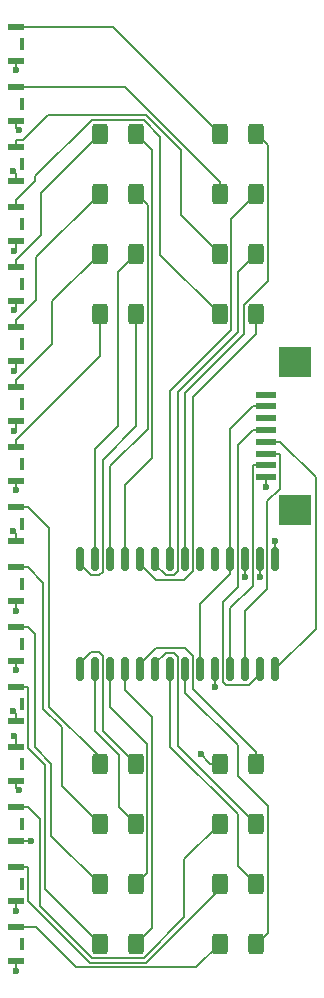
<source format=gbr>
%TF.GenerationSoftware,KiCad,Pcbnew,8.0.3-8.0.3-0~ubuntu22.04.1*%
%TF.CreationDate,2024-09-23T16:20:46+03:00*%
%TF.ProjectId,PM-LED16,504d2d4c-4544-4313-962e-6b696361645f,rev?*%
%TF.SameCoordinates,Original*%
%TF.FileFunction,Copper,L1,Top*%
%TF.FilePolarity,Positive*%
%FSLAX46Y46*%
G04 Gerber Fmt 4.6, Leading zero omitted, Abs format (unit mm)*
G04 Created by KiCad (PCBNEW 8.0.3-8.0.3-0~ubuntu22.04.1) date 2024-09-23 16:20:46*
%MOMM*%
%LPD*%
G01*
G04 APERTURE LIST*
G04 Aperture macros list*
%AMRoundRect*
0 Rectangle with rounded corners*
0 $1 Rounding radius*
0 $2 $3 $4 $5 $6 $7 $8 $9 X,Y pos of 4 corners*
0 Add a 4 corners polygon primitive as box body*
4,1,4,$2,$3,$4,$5,$6,$7,$8,$9,$2,$3,0*
0 Add four circle primitives for the rounded corners*
1,1,$1+$1,$2,$3*
1,1,$1+$1,$4,$5*
1,1,$1+$1,$6,$7*
1,1,$1+$1,$8,$9*
0 Add four rect primitives between the rounded corners*
20,1,$1+$1,$2,$3,$4,$5,0*
20,1,$1+$1,$4,$5,$6,$7,0*
20,1,$1+$1,$6,$7,$8,$9,0*
20,1,$1+$1,$8,$9,$2,$3,0*%
G04 Aperture macros list end*
%TA.AperFunction,SMDPad,CuDef*%
%ADD10R,1.410000X0.630000*%
%TD*%
%TA.AperFunction,SMDPad,CuDef*%
%ADD11R,0.430000X1.070000*%
%TD*%
%TA.AperFunction,SMDPad,CuDef*%
%ADD12RoundRect,0.250000X0.400000X0.625000X-0.400000X0.625000X-0.400000X-0.625000X0.400000X-0.625000X0*%
%TD*%
%TA.AperFunction,SMDPad,CuDef*%
%ADD13R,2.800000X2.500000*%
%TD*%
%TA.AperFunction,SMDPad,CuDef*%
%ADD14R,1.700000X0.600000*%
%TD*%
%TA.AperFunction,SMDPad,CuDef*%
%ADD15RoundRect,0.150000X0.150000X-0.875000X0.150000X0.875000X-0.150000X0.875000X-0.150000X-0.875000X0*%
%TD*%
%TA.AperFunction,ViaPad*%
%ADD16C,0.600000*%
%TD*%
%TA.AperFunction,Conductor*%
%ADD17C,0.200000*%
%TD*%
G04 APERTURE END LIST*
D10*
%TO.P,D12,1*%
%TO.N,Net-(D12-Pad1)*%
X-13698000Y-11280000D03*
%TO.P,D12,2*%
%TO.N,GND*%
X-13698000Y-14120000D03*
D11*
%TO.P,D12,3*%
%TO.N,N/C*%
X-13208000Y-12700000D03*
%TD*%
D12*
%TO.P,R13,1*%
%TO.N,Net-(U1-GPB4)*%
X6630000Y-17780000D03*
%TO.P,R13,2*%
%TO.N,Net-(D13-Pad1)*%
X3530000Y-17780000D03*
%TD*%
D13*
%TO.P,J1,0*%
%TO.N,N/C*%
X9950000Y3750000D03*
X9950000Y16250000D03*
D14*
%TO.P,J1,1,Pin_1*%
%TO.N,GND*%
X7500000Y6500000D03*
%TO.P,J1,2,Pin_2*%
%TO.N,/CS*%
X7500000Y7500000D03*
%TO.P,J1,3,Pin_3*%
%TO.N,/SCK*%
X7500000Y8500000D03*
%TO.P,J1,4,Pin_4*%
%TO.N,/MISO*%
X7500000Y9500000D03*
%TO.P,J1,5,Pin_5*%
%TO.N,/MOSI*%
X7500000Y10500000D03*
%TO.P,J1,6,Pin_6*%
%TO.N,unconnected-(J1-Pin_6-Pad6)*%
X7500000Y11500000D03*
%TO.P,J1,7,Pin_7*%
%TO.N,+3.3V*%
X7500000Y12500000D03*
%TO.P,J1,8,Pin_8*%
%TO.N,+5V*%
X7500000Y13500000D03*
%TD*%
D12*
%TO.P,R5,1*%
%TO.N,Net-(U1-GPA4)*%
X-3530000Y35560000D03*
%TO.P,R5,2*%
%TO.N,Net-(D5-Pad1)*%
X-6630000Y35560000D03*
%TD*%
%TO.P,R12,1*%
%TO.N,Net-(U1-GPB3)*%
X-3530000Y-33020000D03*
%TO.P,R12,2*%
%TO.N,Net-(D12-Pad1)*%
X-6630000Y-33020000D03*
%TD*%
D10*
%TO.P,D13,1*%
%TO.N,Net-(D13-Pad1)*%
X-13698000Y-16360000D03*
%TO.P,D13,2*%
%TO.N,GND*%
X-13698000Y-19200000D03*
D11*
%TO.P,D13,3*%
%TO.N,N/C*%
X-13208000Y-17780000D03*
%TD*%
D10*
%TO.P,D3,1*%
%TO.N,Net-(D3-Pad1)*%
X-13698000Y34440000D03*
%TO.P,D3,2*%
%TO.N,GND*%
X-13698000Y31600000D03*
D11*
%TO.P,D3,3*%
%TO.N,N/C*%
X-13208000Y33020000D03*
%TD*%
D12*
%TO.P,R14,1*%
%TO.N,Net-(U1-GPB5)*%
X6630000Y-22860000D03*
%TO.P,R14,2*%
%TO.N,Net-(D14-Pad1)*%
X3530000Y-22860000D03*
%TD*%
D10*
%TO.P,D8,1*%
%TO.N,Net-(D8-Pad1)*%
X-13698000Y9040000D03*
%TO.P,D8,2*%
%TO.N,GND*%
X-13698000Y6200000D03*
D11*
%TO.P,D8,3*%
%TO.N,N/C*%
X-13208000Y7620000D03*
%TD*%
D10*
%TO.P,D15,1*%
%TO.N,Net-(D15-Pad1)*%
X-13698000Y-26520000D03*
%TO.P,D15,2*%
%TO.N,GND*%
X-13698000Y-29360000D03*
D11*
%TO.P,D15,3*%
%TO.N,N/C*%
X-13208000Y-27940000D03*
%TD*%
D10*
%TO.P,D6,1*%
%TO.N,Net-(D6-Pad1)*%
X-13698000Y19200000D03*
%TO.P,D6,2*%
%TO.N,GND*%
X-13698000Y16360000D03*
D11*
%TO.P,D6,3*%
%TO.N,N/C*%
X-13208000Y17780000D03*
%TD*%
D15*
%TO.P,U1,1,GPB0*%
%TO.N,Net-(U1-GPB0)*%
X-8255000Y-9730000D03*
%TO.P,U1,2,GPB1*%
%TO.N,Net-(U1-GPB1)*%
X-6985000Y-9730000D03*
%TO.P,U1,3,GPB2*%
%TO.N,Net-(U1-GPB2)*%
X-5715000Y-9730000D03*
%TO.P,U1,4,GPB3*%
%TO.N,Net-(U1-GPB3)*%
X-4445000Y-9730000D03*
%TO.P,U1,5,GPB4*%
%TO.N,Net-(U1-GPB4)*%
X-3175000Y-9730000D03*
%TO.P,U1,6,GPB5*%
%TO.N,Net-(U1-GPB5)*%
X-1905000Y-9730000D03*
%TO.P,U1,7,GPB6*%
%TO.N,Net-(U1-GPB6)*%
X-635000Y-9730000D03*
%TO.P,U1,8,GPB7*%
%TO.N,Net-(U1-GPB7)*%
X635000Y-9730000D03*
%TO.P,U1,9,VDD*%
%TO.N,+3.3V*%
X1905000Y-9730000D03*
%TO.P,U1,10,VSS*%
%TO.N,GND*%
X3175000Y-9730000D03*
%TO.P,U1,11,~{CS}*%
%TO.N,/CS*%
X4445000Y-9730000D03*
%TO.P,U1,12,SCK*%
%TO.N,/SCK*%
X5715000Y-9730000D03*
%TO.P,U1,13,SI*%
%TO.N,/MOSI*%
X6985000Y-9730000D03*
%TO.P,U1,14,SO*%
%TO.N,/MISO*%
X8255000Y-9730000D03*
%TO.P,U1,15,A0*%
%TO.N,GND*%
X8255000Y-430000D03*
%TO.P,U1,16,A1*%
X6985000Y-430000D03*
%TO.P,U1,17,A2*%
X5715000Y-430000D03*
%TO.P,U1,18,~{RESET}*%
%TO.N,+3.3V*%
X4445000Y-430000D03*
%TO.P,U1,19,INTB*%
%TO.N,unconnected-(U1-INTB-Pad19)*%
X3175000Y-430000D03*
%TO.P,U1,20,INTA*%
%TO.N,unconnected-(U1-INTA-Pad20)*%
X1905000Y-430000D03*
%TO.P,U1,21,GPA0*%
%TO.N,Net-(U1-GPA0)*%
X635000Y-430000D03*
%TO.P,U1,22,GPA1*%
%TO.N,Net-(U1-GPA1)*%
X-635000Y-430000D03*
%TO.P,U1,23,GPA2*%
%TO.N,Net-(U1-GPA2)*%
X-1905000Y-430000D03*
%TO.P,U1,24,GPA3*%
%TO.N,Net-(U1-GPA3)*%
X-3175000Y-430000D03*
%TO.P,U1,25,GPA4*%
%TO.N,Net-(U1-GPA4)*%
X-4445000Y-430000D03*
%TO.P,U1,26,GPA5*%
%TO.N,Net-(U1-GPA5)*%
X-5715000Y-430000D03*
%TO.P,U1,27,GPA6*%
%TO.N,Net-(U1-GPA6)*%
X-6985000Y-430000D03*
%TO.P,U1,28,GPA7*%
%TO.N,Net-(U1-GPA7)*%
X-8255000Y-430000D03*
%TD*%
D10*
%TO.P,D2,1*%
%TO.N,Net-(D2-Pad1)*%
X-13698000Y39520000D03*
%TO.P,D2,2*%
%TO.N,GND*%
X-13698000Y36680000D03*
D11*
%TO.P,D2,3*%
%TO.N,N/C*%
X-13208000Y38100000D03*
%TD*%
D10*
%TO.P,D7,1*%
%TO.N,Net-(D7-Pad1)*%
X-13698000Y14120000D03*
%TO.P,D7,2*%
%TO.N,GND*%
X-13698000Y11280000D03*
D11*
%TO.P,D7,3*%
%TO.N,N/C*%
X-13208000Y12700000D03*
%TD*%
D12*
%TO.P,R3,1*%
%TO.N,Net-(U1-GPA2)*%
X6630000Y25400000D03*
%TO.P,R3,2*%
%TO.N,Net-(D3-Pad1)*%
X3530000Y25400000D03*
%TD*%
D11*
%TO.P,D1,3*%
%TO.N,N/C*%
X-13208000Y43180000D03*
D10*
%TO.P,D1,2*%
%TO.N,GND*%
X-13698000Y41760000D03*
%TO.P,D1,1*%
%TO.N,Net-(D1-Pad1)*%
X-13698000Y44600000D03*
%TD*%
%TO.P,D4,1*%
%TO.N,Net-(D4-Pad1)*%
X-13698000Y29360000D03*
%TO.P,D4,2*%
%TO.N,GND*%
X-13698000Y26520000D03*
D11*
%TO.P,D4,3*%
%TO.N,N/C*%
X-13208000Y27940000D03*
%TD*%
D12*
%TO.P,R8,1*%
%TO.N,Net-(U1-GPA7)*%
X-3530000Y20320000D03*
%TO.P,R8,2*%
%TO.N,Net-(D8-Pad1)*%
X-6630000Y20320000D03*
%TD*%
%TO.P,R6,1*%
%TO.N,Net-(U1-GPA5)*%
X-3530000Y30480000D03*
%TO.P,R6,2*%
%TO.N,Net-(D6-Pad1)*%
X-6630000Y30480000D03*
%TD*%
%TO.P,R4,1*%
%TO.N,Net-(U1-GPA3)*%
X6630000Y20320000D03*
%TO.P,R4,2*%
%TO.N,Net-(D4-Pad1)*%
X3530000Y20320000D03*
%TD*%
D10*
%TO.P,D11,1*%
%TO.N,Net-(D11-Pad1)*%
X-13698000Y-6200000D03*
%TO.P,D11,2*%
%TO.N,GND*%
X-13698000Y-9040000D03*
D11*
%TO.P,D11,3*%
%TO.N,N/C*%
X-13208000Y-7620000D03*
%TD*%
D10*
%TO.P,D16,1*%
%TO.N,Net-(D16-Pad1)*%
X-13698000Y-31600000D03*
%TO.P,D16,2*%
%TO.N,GND*%
X-13698000Y-34440000D03*
D11*
%TO.P,D16,3*%
%TO.N,N/C*%
X-13208000Y-33020000D03*
%TD*%
D10*
%TO.P,D14,1*%
%TO.N,Net-(D14-Pad1)*%
X-13698000Y-21440000D03*
%TO.P,D14,2*%
%TO.N,GND*%
X-13698000Y-24280000D03*
D11*
%TO.P,D14,3*%
%TO.N,N/C*%
X-13208000Y-22860000D03*
%TD*%
D12*
%TO.P,R10,1*%
%TO.N,Net-(U1-GPB1)*%
X-3530000Y-22860000D03*
%TO.P,R10,2*%
%TO.N,Net-(D10-Pad1)*%
X-6630000Y-22860000D03*
%TD*%
%TO.P,R16,1*%
%TO.N,Net-(U1-GPB7)*%
X6630000Y-33020000D03*
%TO.P,R16,2*%
%TO.N,Net-(D16-Pad1)*%
X3530000Y-33020000D03*
%TD*%
%TO.P,R2,1*%
%TO.N,Net-(U1-GPA1)*%
X6630000Y30480000D03*
%TO.P,R2,2*%
%TO.N,Net-(D2-Pad1)*%
X3530000Y30480000D03*
%TD*%
D10*
%TO.P,D9,1*%
%TO.N,Net-(D9-Pad1)*%
X-13698000Y3960000D03*
%TO.P,D9,2*%
%TO.N,GND*%
X-13698000Y1120000D03*
D11*
%TO.P,D9,3*%
%TO.N,N/C*%
X-13208000Y2540000D03*
%TD*%
D12*
%TO.P,R1,1*%
%TO.N,Net-(U1-GPA0)*%
X6630000Y35560000D03*
%TO.P,R1,2*%
%TO.N,Net-(D1-Pad1)*%
X3530000Y35560000D03*
%TD*%
%TO.P,R9,1*%
%TO.N,Net-(U1-GPB0)*%
X-3530000Y-17780000D03*
%TO.P,R9,2*%
%TO.N,Net-(D9-Pad1)*%
X-6630000Y-17780000D03*
%TD*%
%TO.P,R15,1*%
%TO.N,Net-(U1-GPB6)*%
X6630000Y-27940000D03*
%TO.P,R15,2*%
%TO.N,Net-(D15-Pad1)*%
X3530000Y-27940000D03*
%TD*%
%TO.P,R7,1*%
%TO.N,Net-(U1-GPA6)*%
X-3530000Y25400000D03*
%TO.P,R7,2*%
%TO.N,Net-(D7-Pad1)*%
X-6630000Y25400000D03*
%TD*%
%TO.P,R11,1*%
%TO.N,Net-(U1-GPB2)*%
X-3530000Y-27940000D03*
%TO.P,R11,2*%
%TO.N,Net-(D11-Pad1)*%
X-6630000Y-27940000D03*
%TD*%
D10*
%TO.P,D5,1*%
%TO.N,Net-(D5-Pad1)*%
X-13698000Y24280000D03*
%TO.P,D5,2*%
%TO.N,GND*%
X-13698000Y21440000D03*
D11*
%TO.P,D5,3*%
%TO.N,N/C*%
X-13208000Y22860000D03*
%TD*%
D10*
%TO.P,D10,1*%
%TO.N,Net-(D10-Pad1)*%
X-13698000Y-1120000D03*
%TO.P,D10,2*%
%TO.N,GND*%
X-13698000Y-3960000D03*
D11*
%TO.P,D10,3*%
%TO.N,N/C*%
X-13208000Y-2540000D03*
%TD*%
D16*
%TO.N,Net-(D13-Pad1)*%
X1920800Y-16960400D03*
X-13840600Y-15375300D03*
%TO.N,GND*%
X-13698000Y40942700D03*
X6985000Y-1957800D03*
X8255000Y1106900D03*
X3175000Y-11260000D03*
X-13698000Y-4825500D03*
X-13927200Y1965900D03*
X-12462800Y-24314600D03*
X-13698000Y-35281600D03*
X-13850300Y10440100D03*
X-13850300Y15520100D03*
X-13698000Y5374400D03*
X-13927200Y32445900D03*
X-13927200Y-13274100D03*
X-13899900Y20621400D03*
X7500000Y5697500D03*
X5715000Y-1970900D03*
X-13474200Y35859100D03*
X-13832200Y25686500D03*
X-13474300Y-20022100D03*
X-13698000Y-9863400D03*
X-13698000Y-30195600D03*
%TD*%
D17*
%TO.N,Net-(D16-Pad1)*%
X-11998000Y-31600000D02*
X-13698000Y-31600000D01*
X-8591400Y-35006600D02*
X-11998000Y-31600000D01*
X1543400Y-35006600D02*
X-8591400Y-35006600D01*
X3530000Y-33020000D02*
X1543400Y-35006600D01*
%TO.N,Net-(D15-Pad1)*%
X-13698000Y-26520000D02*
X-12691300Y-26520000D01*
X-12691300Y-29344400D02*
X-12691300Y-26520000D01*
X-7431800Y-34603900D02*
X-12691300Y-29344400D01*
X-2708500Y-34603900D02*
X-7431800Y-34603900D01*
X3530000Y-28365400D02*
X-2708500Y-34603900D01*
X3530000Y-27940000D02*
X3530000Y-28365400D01*
%TO.N,Net-(D14-Pad1)*%
X-11650100Y-22481200D02*
X-12691300Y-21440000D01*
X-11650100Y-29810900D02*
X-11650100Y-22481200D01*
X-7261100Y-34199900D02*
X-11650100Y-29810900D01*
X-2903400Y-34199900D02*
X-7261100Y-34199900D01*
X545000Y-30751500D02*
X-2903400Y-34199900D01*
X545000Y-25845000D02*
X545000Y-30751500D01*
X3530000Y-22860000D02*
X545000Y-25845000D01*
X-13698000Y-21440000D02*
X-12691300Y-21440000D01*
%TO.N,Net-(D13-Pad1)*%
X2740400Y-17780000D02*
X1920800Y-16960400D01*
X3530000Y-17780000D02*
X2740400Y-17780000D01*
X-13698000Y-15517900D02*
X-13698000Y-16360000D01*
X-13840600Y-15375300D02*
X-13698000Y-15517900D01*
%TO.N,Net-(D12-Pad1)*%
X-13698000Y-11280000D02*
X-12691300Y-11280000D01*
X-12691300Y-16445100D02*
X-12691300Y-11280000D01*
X-11248400Y-17888000D02*
X-12691300Y-16445100D01*
X-11248400Y-28401600D02*
X-11248400Y-17888000D01*
X-6630000Y-33020000D02*
X-11248400Y-28401600D01*
%TO.N,Net-(D11-Pad1)*%
X-13698000Y-6200000D02*
X-12691300Y-6200000D01*
X-12117900Y-6773400D02*
X-12691300Y-6200000D01*
X-12117900Y-16379800D02*
X-12117900Y-6773400D01*
X-10706900Y-17790800D02*
X-12117900Y-16379800D01*
X-10706900Y-23863100D02*
X-10706900Y-17790800D01*
X-6630000Y-27940000D02*
X-10706900Y-23863100D01*
%TO.N,Net-(D10-Pad1)*%
X-11379900Y-2431400D02*
X-12691300Y-1120000D01*
X-11379900Y-13112800D02*
X-11379900Y-2431400D01*
X-9828900Y-14663800D02*
X-11379900Y-13112800D01*
X-9828900Y-19661100D02*
X-9828900Y-14663800D01*
X-6630000Y-22860000D02*
X-9828900Y-19661100D01*
X-13698000Y-1120000D02*
X-12691300Y-1120000D01*
%TO.N,Net-(D9-Pad1)*%
X-13698000Y3960000D02*
X-12691300Y3960000D01*
X-10923600Y2192300D02*
X-12691300Y3960000D01*
X-10923600Y-12918500D02*
X-10923600Y2192300D01*
X-6630000Y-17212100D02*
X-10923600Y-12918500D01*
X-6630000Y-17780000D02*
X-6630000Y-17212100D01*
%TO.N,Net-(D8-Pad1)*%
X-6630000Y16724700D02*
X-13698000Y9656700D01*
X-6630000Y20320000D02*
X-6630000Y16724700D01*
X-13698000Y9040000D02*
X-13698000Y9656700D01*
%TO.N,Net-(D7-Pad1)*%
X-10649400Y21380600D02*
X-6630000Y25400000D01*
X-10649400Y17785300D02*
X-10649400Y21380600D01*
X-13698000Y14736700D02*
X-10649400Y17785300D01*
X-13698000Y14120000D02*
X-13698000Y14736700D01*
%TO.N,Net-(D6-Pad1)*%
X-13698000Y19200000D02*
X-13698000Y19816700D01*
X-12008600Y25101400D02*
X-6630000Y30480000D01*
X-12008600Y21506100D02*
X-12008600Y25101400D01*
X-13698000Y19816700D02*
X-12008600Y21506100D01*
%TO.N,Net-(D5-Pad1)*%
X-13698000Y24280000D02*
X-13698000Y24896700D01*
X-11606900Y30583100D02*
X-6630000Y35560000D01*
X-11606900Y26987800D02*
X-11606900Y30583100D01*
X-13698000Y24896700D02*
X-11606900Y26987800D01*
%TO.N,Net-(D4-Pad1)*%
X-13698000Y29360000D02*
X-13698000Y29976700D01*
X-1499800Y25349800D02*
X3530000Y20320000D01*
X-1499800Y35341400D02*
X-1499800Y25349800D01*
X-2898300Y36739900D02*
X-1499800Y35341400D01*
X-7306600Y36739900D02*
X-2898300Y36739900D01*
X-12073200Y31973300D02*
X-7306600Y36739900D01*
X-12073200Y31601500D02*
X-12073200Y31973300D01*
X-13698000Y29976700D02*
X-12073200Y31601500D01*
%TO.N,Net-(D3-Pad1)*%
X-13081300Y35056700D02*
X-13698000Y35056700D01*
X-10976000Y37162000D02*
X-13081300Y35056700D01*
X-2722800Y37162000D02*
X-10976000Y37162000D01*
X248600Y34190600D02*
X-2722800Y37162000D01*
X248600Y28681400D02*
X248600Y34190600D01*
X3530000Y25400000D02*
X248600Y28681400D01*
X-13698000Y34440000D02*
X-13698000Y35056700D01*
%TO.N,Net-(D2-Pad1)*%
X-4483100Y39520000D02*
X-13698000Y39520000D01*
X3530000Y31506900D02*
X-4483100Y39520000D01*
X3530000Y30480000D02*
X3530000Y31506900D01*
%TO.N,Net-(D1-Pad1)*%
X-5510000Y44600000D02*
X3530000Y35560000D01*
X-13698000Y44600000D02*
X-5510000Y44600000D01*
%TO.N,/MISO*%
X11665100Y6486600D02*
X8651700Y9500000D01*
X11665100Y-6319900D02*
X11665100Y6486600D01*
X8255000Y-9730000D02*
X11665100Y-6319900D01*
X7500000Y9500000D02*
X8651700Y9500000D01*
%TO.N,/MOSI*%
X7500000Y10500000D02*
X6348300Y10500000D01*
X5091500Y9243200D02*
X6348300Y10500000D01*
X5091500Y-2790200D02*
X5091500Y9243200D01*
X3810000Y-4071700D02*
X5091500Y-2790200D01*
X3810000Y-10817500D02*
X3810000Y-4071700D01*
X4090000Y-11097500D02*
X3810000Y-10817500D01*
X6049000Y-11097500D02*
X4090000Y-11097500D01*
X6985000Y-10161500D02*
X6049000Y-11097500D01*
X6985000Y-9730000D02*
X6985000Y-10161500D01*
%TO.N,/CS*%
X4445000Y-4614800D02*
X4445000Y-9730000D01*
X6348300Y-2711500D02*
X4445000Y-4614800D01*
X6348300Y7500000D02*
X6348300Y-2711500D01*
X7500000Y7500000D02*
X6348300Y7500000D01*
%TO.N,/SCK*%
X7500000Y8500000D02*
X8651700Y8500000D01*
X8651700Y5528400D02*
X8651700Y8500000D01*
X7589800Y4466500D02*
X8651700Y5528400D01*
X7589800Y-2973900D02*
X7589800Y4466500D01*
X5715000Y-4848700D02*
X7589800Y-2973900D01*
X5715000Y-9730000D02*
X5715000Y-4848700D01*
%TO.N,+3.3V*%
X7500000Y12500000D02*
X6348300Y12500000D01*
X4445000Y10596700D02*
X4445000Y-430000D01*
X6348300Y12500000D02*
X4445000Y10596700D01*
X1905000Y-4226000D02*
X1905000Y-9730000D01*
X4445000Y-1686000D02*
X1905000Y-4226000D01*
X4445000Y-430000D02*
X4445000Y-1686000D01*
%TO.N,Net-(U1-GPB7)*%
X635000Y-11745000D02*
X635000Y-9730000D01*
X5081500Y-16191500D02*
X635000Y-11745000D01*
X5081500Y-18816400D02*
X5081500Y-16191500D01*
X7593400Y-21328300D02*
X5081500Y-18816400D01*
X7593400Y-32056600D02*
X7593400Y-21328300D01*
X6630000Y-33020000D02*
X7593400Y-32056600D01*
%TO.N,Net-(U1-GPB6)*%
X5080000Y-26390000D02*
X6630000Y-27940000D01*
X5080000Y-22040600D02*
X5080000Y-26390000D01*
X-635000Y-16325600D02*
X5080000Y-22040600D01*
X-635000Y-9730000D02*
X-635000Y-16325600D01*
%TO.N,Net-(U1-GPB5)*%
X0Y-16230000D02*
X6630000Y-22860000D01*
X0Y-8697400D02*
X0Y-16230000D01*
X-310900Y-8386500D02*
X0Y-8697400D01*
X-1035700Y-8386500D02*
X-310900Y-8386500D01*
X-1905000Y-9255800D02*
X-1035700Y-8386500D01*
X-1905000Y-9730000D02*
X-1905000Y-9255800D01*
%TO.N,Net-(U1-GPB4)*%
X-3175000Y-9330100D02*
X-3175000Y-9730000D01*
X-1813500Y-7968600D02*
X-3175000Y-9330100D01*
X593500Y-7968600D02*
X-1813500Y-7968600D01*
X1270200Y-8645300D02*
X593500Y-7968600D01*
X1270200Y-11446900D02*
X1270200Y-8645300D01*
X6630000Y-16806700D02*
X1270200Y-11446900D01*
X6630000Y-17780000D02*
X6630000Y-16806700D01*
%TO.N,Net-(U1-GPB3)*%
X-2172100Y-31662100D02*
X-3530000Y-33020000D01*
X-2172100Y-13810900D02*
X-2172100Y-31662100D01*
X-4445000Y-11538000D02*
X-2172100Y-13810900D01*
X-4445000Y-9730000D02*
X-4445000Y-11538000D01*
%TO.N,Net-(U1-GPB2)*%
X-2575500Y-26985500D02*
X-3530000Y-27940000D01*
X-2575500Y-16092400D02*
X-2575500Y-26985500D01*
X-5715000Y-12952900D02*
X-2575500Y-16092400D01*
X-5715000Y-9730000D02*
X-5715000Y-12952900D01*
%TO.N,Net-(U1-GPB1)*%
X-4974600Y-21415400D02*
X-3530000Y-22860000D01*
X-4974600Y-17037200D02*
X-4974600Y-21415400D01*
X-6985000Y-15026800D02*
X-4974600Y-17037200D01*
X-6985000Y-9730000D02*
X-6985000Y-15026800D01*
%TO.N,Net-(U1-GPB0)*%
X-6350000Y-14960000D02*
X-3530000Y-17780000D01*
X-6350000Y-8631100D02*
X-6350000Y-14960000D01*
X-6644600Y-8336500D02*
X-6350000Y-8631100D01*
X-7317900Y-8336500D02*
X-6644600Y-8336500D01*
X-8255000Y-9273600D02*
X-7317900Y-8336500D01*
X-8255000Y-9730000D02*
X-8255000Y-9273600D01*
%TO.N,Net-(U1-GPA7)*%
X-3530000Y10807200D02*
X-3530000Y20320000D01*
X-6350000Y7987200D02*
X-3530000Y10807200D01*
X-6350000Y-1485400D02*
X-6350000Y7987200D01*
X-6644500Y-1779900D02*
X-6350000Y-1485400D01*
X-7318000Y-1779900D02*
X-6644500Y-1779900D01*
X-8255000Y-842900D02*
X-7318000Y-1779900D01*
X-8255000Y-430000D02*
X-8255000Y-842900D01*
%TO.N,Net-(U1-GPA6)*%
X-6985000Y8889300D02*
X-6985000Y-430000D01*
X-5078600Y10795700D02*
X-6985000Y8889300D01*
X-5078600Y23851400D02*
X-5078600Y10795700D01*
X-3530000Y25400000D02*
X-5078600Y23851400D01*
%TO.N,Net-(U1-GPA5)*%
X-2566900Y29516900D02*
X-3530000Y30480000D01*
X-2566900Y10564400D02*
X-2566900Y29516900D01*
X-5715000Y7416300D02*
X-2566900Y10564400D01*
X-5715000Y-430000D02*
X-5715000Y7416300D01*
%TO.N,Net-(U1-GPA4)*%
X-2154800Y34184800D02*
X-3530000Y35560000D01*
X-2154800Y8131300D02*
X-2154800Y34184800D01*
X-4445000Y5841100D02*
X-2154800Y8131300D01*
X-4445000Y-430000D02*
X-4445000Y5841100D01*
%TO.N,Net-(U1-GPA3)*%
X6630000Y18616000D02*
X6630000Y20320000D01*
X1302700Y13288700D02*
X6630000Y18616000D01*
X1302700Y-1432300D02*
X1302700Y13288700D01*
X526900Y-2208100D02*
X1302700Y-1432300D01*
X-1809600Y-2208100D02*
X526900Y-2208100D01*
X-3175000Y-842700D02*
X-1809600Y-2208100D01*
X-3175000Y-430000D02*
X-3175000Y-842700D01*
%TO.N,Net-(U1-GPA2)*%
X5083000Y23853000D02*
X6630000Y25400000D01*
X5083000Y18770900D02*
X5083000Y23853000D01*
X0Y13687900D02*
X5083000Y18770900D01*
X0Y-1472600D02*
X0Y13687900D01*
X-286200Y-1758800D02*
X0Y-1472600D01*
X-1042100Y-1758800D02*
X-286200Y-1758800D01*
X-1905000Y-895900D02*
X-1042100Y-1758800D01*
X-1905000Y-430000D02*
X-1905000Y-895900D01*
%TO.N,Net-(U1-GPA1)*%
X4522500Y28372500D02*
X6630000Y30480000D01*
X4522500Y18942100D02*
X4522500Y28372500D01*
X-635000Y13784600D02*
X4522500Y18942100D01*
X-635000Y-430000D02*
X-635000Y13784600D01*
%TO.N,Net-(U1-GPA0)*%
X7595900Y34594100D02*
X6630000Y35560000D01*
X7595900Y23125600D02*
X7595900Y34594100D01*
X5579500Y21109200D02*
X7595900Y23125600D01*
X5579500Y18614900D02*
X5579500Y21109200D01*
X635000Y13670400D02*
X5579500Y18614900D01*
X635000Y-430000D02*
X635000Y13670400D01*
%TO.N,GND*%
X-13698000Y41760000D02*
X-13698000Y40942700D01*
X6985000Y-430000D02*
X6985000Y-1957800D01*
X8255000Y1106900D02*
X8255000Y-430000D01*
X3175000Y-9730000D02*
X3175000Y-11260000D01*
X-13698000Y-4825500D02*
X-13698000Y-3960000D01*
X-13698000Y1120000D02*
X-13698000Y1736700D01*
X-13698000Y1736700D02*
X-13927200Y1965900D01*
X-13698000Y-24280000D02*
X-12691300Y-24280000D01*
X-12656700Y-24314600D02*
X-12691300Y-24280000D01*
X-12462800Y-24314600D02*
X-12656700Y-24314600D01*
X-13698000Y-35281600D02*
X-13698000Y-34440000D01*
X-13698000Y10592400D02*
X-13698000Y11280000D01*
X-13850300Y10440100D02*
X-13698000Y10592400D01*
X-13698000Y15672400D02*
X-13698000Y16360000D01*
X-13850300Y15520100D02*
X-13698000Y15672400D01*
X-13698000Y5374400D02*
X-13698000Y6200000D01*
X-13698000Y31600000D02*
X-13698000Y32216700D01*
X-13698000Y32216700D02*
X-13927200Y32445900D01*
X-13698000Y-14120000D02*
X-13698000Y-13503300D01*
X-13698000Y-13503300D02*
X-13927200Y-13274100D01*
X-13698000Y21440000D02*
X-13698000Y20823300D01*
X-13899900Y20621400D02*
X-13698000Y20823300D01*
X7500000Y6500000D02*
X7500000Y5697500D01*
X5715000Y-430000D02*
X5715000Y-1970900D01*
X-13698000Y36680000D02*
X-13698000Y36063300D01*
X-13678400Y36063300D02*
X-13698000Y36063300D01*
X-13474200Y35859100D02*
X-13678400Y36063300D01*
X-13698000Y25820700D02*
X-13698000Y26520000D01*
X-13832200Y25686500D02*
X-13698000Y25820700D01*
X-13698000Y-19200000D02*
X-13698000Y-19816700D01*
X-13679700Y-19816700D02*
X-13474300Y-20022100D01*
X-13698000Y-19816700D02*
X-13679700Y-19816700D01*
X-13698000Y-9863400D02*
X-13698000Y-9040000D01*
X-13698000Y-30195600D02*
X-13698000Y-29360000D01*
%TD*%
M02*

</source>
